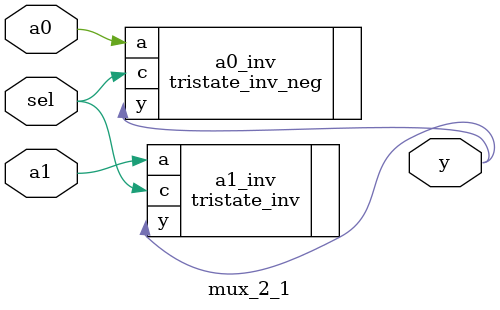
<source format=sv>
`timescale 1ns / 1ps


module mux_2_1(
    input a0, a1, sel,
    output y);
    
    tristate_inv_neg a0_inv(
    .a(a0),
    .c(sel),
    .y(y));
    
    tristate_inv a1_inv(
    .a(a1),
    .c(sel),
    .y(y));
     
endmodule

</source>
